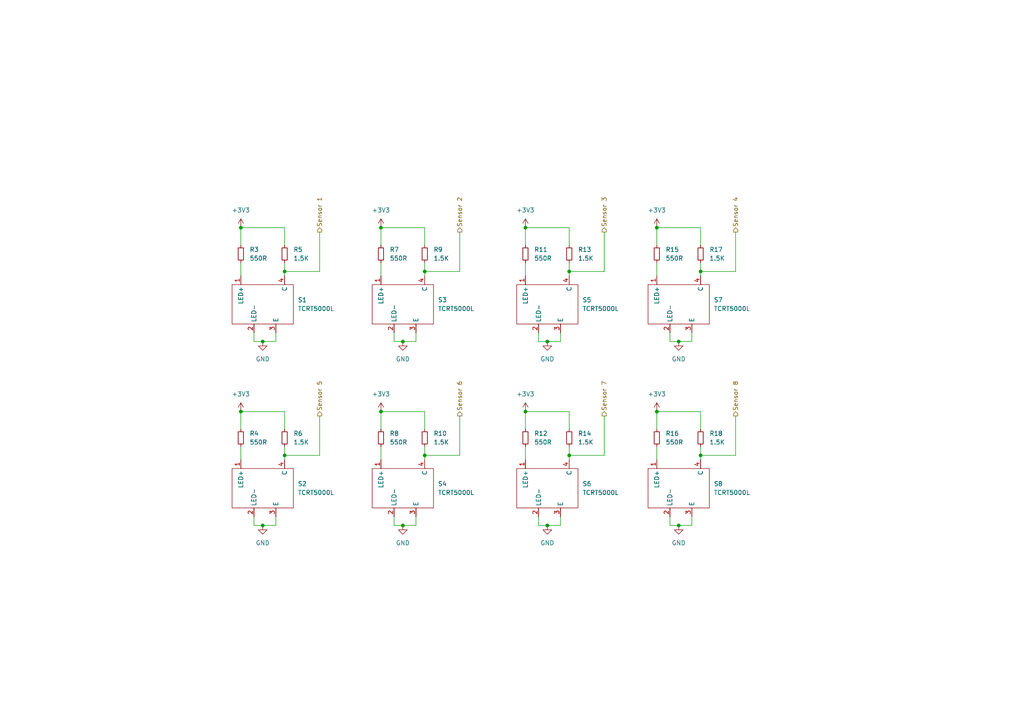
<source format=kicad_sch>
(kicad_sch (version 20211123) (generator eeschema)
  (paper "A4")
  (lib_symbols
    (symbol "Amoskeag-KiCAD-Lib:TCRT5000L"
      (property "Reference" "S" (at 0 2.54 0))
      (property "Value" "TCRT5000L" (at 0 0 0))
      (symbol "TCRT5000L_0_1"
        (rectangle (start -8.89 -7.62) (end 8.89 -19.05))
      )
      (symbol "TCRT5000L_1_1"
        (pin input line (at -6.35 -5.08 270) (length 2.54) (name "LED+") (number "1"))
        (pin power_in line (at -2.54 -21.59 90) (length 2.54) (name "LED-") (number "2"))
        (pin power_in line (at 3.81 -21.59 90) (length 2.54) (name "E") (number "3"))
        (pin power_in line (at 6.35 -5.08 270) (length 2.54) (name "C") (number "4"))
      )
    )
    (symbol "Device:R_Small" (pin_numbers hide) (pin_names (offset 0.254) hide)
      (property "Reference" "R" (at 0.762 0.508 0))
      (property "Value" "R_Small" (at 0.762 -1.016 0))
      (symbol "R_Small_0_1"
        (rectangle (start -0.762 1.778) (end 0.762 -1.778) (stroke (width 0.2032)))
      )
      (symbol "R_Small_1_1"
        (pin passive line (at 0 2.54 270) (length 0.762) (name "~") (number "1"))
        (pin passive line (at 0 -2.54 90) (length 0.762) (name "~") (number "2"))
      )
    )
    (symbol "power:+3V3" (power) (pin_names (offset 0))
      (property "Value" "+3V3" (at 0 3.556 0))
      (symbol "+3V3_0_1"
        (polyline (pts (xy -0.762 1.27) (xy 0 2.54)))
        (polyline (pts (xy 0 0) (xy 0 2.54)))
        (polyline (pts (xy 0 2.54) (xy 0.762 1.27)))
      )
      (symbol "+3V3_1_1"
        (pin power_in line (at 0 0 90) (length 0) hide (name "+3V3") (number "1"))
      )
    )
    (symbol "power:GND" (power) (pin_names (offset 0))
      (property "Value" "GND" (at 0 -3.81 0))
      (symbol "GND_0_1"
        (polyline (pts (xy 0 0) (xy 0 -1.27) (xy 1.27 -1.27) (xy 0 -2.54) (xy -1.27 -1.27) (xy 0 -1.27)))
      )
      (symbol "GND_1_1"
        (pin power_in line (at 0 0 270) (length 0) hide (name "GND") (number "1"))
      )
    )
  )
  (junction (at 69.85 119.38))
  (junction (at 152.4 119.38))
  (junction (at 196.85 99.06))
  (junction (at 158.75 99.06))
  (junction (at 190.5 119.38))
  (junction (at 82.55 78.74))
  (junction (at 165.1 132.08))
  (junction (at 76.2 152.4))
  (junction (at 196.85 152.4))
  (junction (at 110.49 66.04))
  (junction (at 123.19 132.08))
  (junction (at 110.49 119.38))
  (junction (at 165.1 78.74))
  (junction (at 203.2 132.08))
  (junction (at 116.84 152.4))
  (junction (at 190.5 66.04))
  (junction (at 152.4 66.04))
  (junction (at 76.2 99.06))
  (junction (at 82.55 132.08))
  (junction (at 203.2 78.74))
  (junction (at 69.85 66.04))
  (junction (at 158.75 152.4))
  (junction (at 123.19 78.74))
  (junction (at 116.84 99.06))
  (wire (pts (xy 190.5 66.04) (xy 190.5 71.12)))
  (wire (pts (xy 200.66 99.06) (xy 196.85 99.06)))
  (wire (pts (xy 175.26 120.65) (xy 175.26 132.08)))
  (wire (pts (xy 133.35 120.65) (xy 133.35 132.08)))
  (wire (pts (xy 92.71 132.08) (xy 82.55 132.08)))
  (wire (pts (xy 152.4 76.2) (xy 152.4 80.01)))
  (wire (pts (xy 203.2 66.04) (xy 190.5 66.04)))
  (wire (pts (xy 80.01 96.52) (xy 80.01 99.06)))
  (wire (pts (xy 165.1 132.08) (xy 165.1 133.35)))
  (wire (pts (xy 73.66 99.06) (xy 73.66 96.52)))
  (wire (pts (xy 110.49 119.38) (xy 110.49 124.46)))
  (wire (pts (xy 82.55 78.74) (xy 82.55 80.01)))
  (wire (pts (xy 165.1 124.46) (xy 165.1 119.38)))
  (wire (pts (xy 190.5 76.2) (xy 190.5 80.01)))
  (wire (pts (xy 114.3 99.06) (xy 114.3 96.52)))
  (wire (pts (xy 80.01 152.4) (xy 76.2 152.4)))
  (wire (pts (xy 133.35 78.74) (xy 123.19 78.74)))
  (wire (pts (xy 162.56 99.06) (xy 158.75 99.06)))
  (wire (pts (xy 120.65 96.52) (xy 120.65 99.06)))
  (wire (pts (xy 175.26 67.31) (xy 175.26 78.74)))
  (wire (pts (xy 203.2 78.74) (xy 203.2 80.01)))
  (wire (pts (xy 69.85 119.38) (xy 69.85 124.46)))
  (wire (pts (xy 194.31 99.06) (xy 194.31 96.52)))
  (wire (pts (xy 80.01 99.06) (xy 76.2 99.06)))
  (wire (pts (xy 69.85 129.54) (xy 69.85 133.35)))
  (wire (pts (xy 120.65 149.86) (xy 120.65 152.4)))
  (wire (pts (xy 203.2 124.46) (xy 203.2 119.38)))
  (wire (pts (xy 123.19 124.46) (xy 123.19 119.38)))
  (wire (pts (xy 69.85 76.2) (xy 69.85 80.01)))
  (wire (pts (xy 196.85 152.4) (xy 194.31 152.4)))
  (wire (pts (xy 82.55 76.2) (xy 82.55 78.74)))
  (wire (pts (xy 162.56 149.86) (xy 162.56 152.4)))
  (wire (pts (xy 213.36 67.31) (xy 213.36 78.74)))
  (wire (pts (xy 158.75 99.06) (xy 156.21 99.06)))
  (wire (pts (xy 110.49 129.54) (xy 110.49 133.35)))
  (wire (pts (xy 152.4 66.04) (xy 152.4 71.12)))
  (wire (pts (xy 152.4 129.54) (xy 152.4 133.35)))
  (wire (pts (xy 165.1 129.54) (xy 165.1 132.08)))
  (wire (pts (xy 158.75 152.4) (xy 156.21 152.4)))
  (wire (pts (xy 116.84 152.4) (xy 114.3 152.4)))
  (wire (pts (xy 76.2 99.06) (xy 73.66 99.06)))
  (wire (pts (xy 120.65 99.06) (xy 116.84 99.06)))
  (wire (pts (xy 123.19 76.2) (xy 123.19 78.74)))
  (wire (pts (xy 82.55 71.12) (xy 82.55 66.04)))
  (wire (pts (xy 123.19 129.54) (xy 123.19 132.08)))
  (wire (pts (xy 133.35 67.31) (xy 133.35 78.74)))
  (wire (pts (xy 203.2 76.2) (xy 203.2 78.74)))
  (wire (pts (xy 92.71 120.65) (xy 92.71 132.08)))
  (wire (pts (xy 82.55 132.08) (xy 82.55 133.35)))
  (wire (pts (xy 203.2 119.38) (xy 190.5 119.38)))
  (wire (pts (xy 165.1 71.12) (xy 165.1 66.04)))
  (wire (pts (xy 165.1 66.04) (xy 152.4 66.04)))
  (wire (pts (xy 73.66 152.4) (xy 73.66 149.86)))
  (wire (pts (xy 133.35 132.08) (xy 123.19 132.08)))
  (wire (pts (xy 123.19 71.12) (xy 123.19 66.04)))
  (wire (pts (xy 203.2 71.12) (xy 203.2 66.04)))
  (wire (pts (xy 203.2 129.54) (xy 203.2 132.08)))
  (wire (pts (xy 92.71 67.31) (xy 92.71 78.74)))
  (wire (pts (xy 190.5 119.38) (xy 190.5 124.46)))
  (wire (pts (xy 82.55 119.38) (xy 69.85 119.38)))
  (wire (pts (xy 165.1 76.2) (xy 165.1 78.74)))
  (wire (pts (xy 110.49 76.2) (xy 110.49 80.01)))
  (wire (pts (xy 156.21 99.06) (xy 156.21 96.52)))
  (wire (pts (xy 196.85 99.06) (xy 194.31 99.06)))
  (wire (pts (xy 194.31 152.4) (xy 194.31 149.86)))
  (wire (pts (xy 175.26 78.74) (xy 165.1 78.74)))
  (wire (pts (xy 200.66 96.52) (xy 200.66 99.06)))
  (wire (pts (xy 82.55 124.46) (xy 82.55 119.38)))
  (wire (pts (xy 82.55 66.04) (xy 69.85 66.04)))
  (wire (pts (xy 156.21 152.4) (xy 156.21 149.86)))
  (wire (pts (xy 76.2 152.4) (xy 73.66 152.4)))
  (wire (pts (xy 120.65 152.4) (xy 116.84 152.4)))
  (wire (pts (xy 69.85 66.04) (xy 69.85 71.12)))
  (wire (pts (xy 162.56 96.52) (xy 162.56 99.06)))
  (wire (pts (xy 213.36 132.08) (xy 203.2 132.08)))
  (wire (pts (xy 213.36 78.74) (xy 203.2 78.74)))
  (wire (pts (xy 165.1 78.74) (xy 165.1 80.01)))
  (wire (pts (xy 200.66 152.4) (xy 196.85 152.4)))
  (wire (pts (xy 200.66 149.86) (xy 200.66 152.4)))
  (wire (pts (xy 213.36 120.65) (xy 213.36 132.08)))
  (wire (pts (xy 92.71 78.74) (xy 82.55 78.74)))
  (wire (pts (xy 80.01 149.86) (xy 80.01 152.4)))
  (wire (pts (xy 110.49 66.04) (xy 110.49 71.12)))
  (wire (pts (xy 175.26 132.08) (xy 165.1 132.08)))
  (wire (pts (xy 116.84 99.06) (xy 114.3 99.06)))
  (wire (pts (xy 114.3 152.4) (xy 114.3 149.86)))
  (wire (pts (xy 123.19 119.38) (xy 110.49 119.38)))
  (wire (pts (xy 162.56 152.4) (xy 158.75 152.4)))
  (wire (pts (xy 82.55 129.54) (xy 82.55 132.08)))
  (wire (pts (xy 123.19 66.04) (xy 110.49 66.04)))
  (wire (pts (xy 190.5 129.54) (xy 190.5 133.35)))
  (wire (pts (xy 123.19 78.74) (xy 123.19 80.01)))
  (wire (pts (xy 123.19 132.08) (xy 123.19 133.35)))
  (wire (pts (xy 152.4 119.38) (xy 152.4 124.46)))
  (wire (pts (xy 165.1 119.38) (xy 152.4 119.38)))
  (wire (pts (xy 203.2 132.08) (xy 203.2 133.35)))
  (hierarchical_label "Sensor 2" (shape output) (at 133.35 67.31 90))
  (hierarchical_label "Sensor 6" (shape output) (at 133.35 120.65 90))
  (hierarchical_label "Sensor 5" (shape output) (at 92.71 120.65 90))
  (hierarchical_label "Sensor 4" (shape output) (at 213.36 67.31 90))
  (hierarchical_label "Sensor 7" (shape output) (at 175.26 120.65 90))
  (hierarchical_label "Sensor 1" (shape output) (at 92.71 67.31 90))
  (hierarchical_label "Sensor 8" (shape output) (at 213.36 120.65 90))
  (hierarchical_label "Sensor 3" (shape output) (at 175.26 67.31 90))
  (symbol (lib_id "Device:R_Small") (at 203.2 127 0) (unit 1)
    (property "Reference" "R18" (at 205.74 125.7299 0) (effects (justify left)))
    (property "Value" "1.5K" (at 205.74 128.2699 0) (effects (justify left)))
    (property "Footprint" "Resistor_SMD:R_0805_2012Metric" (effects hide))
  )
  (symbol (lib_id "power:+3V3") (at 190.5 119.38 0) (unit 1)
    (property "Reference" "#PWR042" (effects hide))
    (property "Value" "+3V3" (at 190.5 114.3 0))
  )
  (symbol (lib_id "power:+3V3") (at 152.4 119.38 0) (unit 1)
    (property "Reference" "#PWR038" (effects hide))
    (property "Value" "+3V3" (at 152.4 114.3 0))
  )
  (symbol (lib_id "Device:R_Small") (at 123.19 73.66 0) (unit 1)
    (property "Reference" "R9" (at 125.73 72.3899 0) (effects (justify left)))
    (property "Value" "1.5K" (at 125.73 74.9299 0) (effects (justify left)))
    (property "Footprint" "Resistor_SMD:R_0805_2012Metric" (effects hide))
  )
  (symbol (lib_id "Amoskeag-KiCAD-Lib:TCRT5000L") (at 196.85 74.93 0) (unit 1)
    (property "Reference" "S7" (at 207.01 86.9949 0) (effects (justify left)))
    (property "Value" "TCRT5000L" (at 207.01 89.5349 0) (effects (justify left)))
    (property "Footprint" "Amoskeag_KiCAD_Lib:TCRT5000L" (effects hide))
    (property "Datasheet" "https://www.vishay.com/docs/83760/tcrt5000.pdf" (effects hide))
  )
  (symbol (lib_id "Amoskeag-KiCAD-Lib:TCRT5000L") (at 116.84 128.27 0) (unit 1)
    (property "Reference" "S4" (at 127 140.3349 0) (effects (justify left)))
    (property "Value" "TCRT5000L" (at 127 142.8749 0) (effects (justify left)))
    (property "Footprint" "Amoskeag_KiCAD_Lib:TCRT5000L" (effects hide))
    (property "Datasheet" "https://www.vishay.com/docs/83760/tcrt5000.pdf" (effects hide))
  )
  (symbol (lib_id "Amoskeag-KiCAD-Lib:TCRT5000L") (at 116.84 74.93 0) (unit 1)
    (property "Reference" "S3" (at 127 86.9949 0) (effects (justify left)))
    (property "Value" "TCRT5000L" (at 127 89.5349 0) (effects (justify left)))
    (property "Footprint" "Amoskeag_KiCAD_Lib:TCRT5000L" (effects hide))
    (property "Datasheet" "https://www.vishay.com/docs/83760/tcrt5000.pdf" (effects hide))
  )
  (symbol (lib_id "Amoskeag-KiCAD-Lib:TCRT5000L") (at 158.75 128.27 0) (unit 1)
    (property "Reference" "S6" (at 168.91 140.3349 0) (effects (justify left)))
    (property "Value" "TCRT5000L" (at 168.91 142.8749 0) (effects (justify left)))
    (property "Footprint" "Amoskeag_KiCAD_Lib:TCRT5000L" (effects hide))
    (property "Datasheet" "https://www.vishay.com/docs/83760/tcrt5000.pdf" (effects hide))
  )
  (symbol (lib_id "Device:R_Small") (at 110.49 73.66 0) (unit 1)
    (property "Reference" "R7" (at 113.03 72.3899 0) (effects (justify left)))
    (property "Value" "550R" (at 113.03 74.9299 0) (effects (justify left)))
    (property "Footprint" "Resistor_SMD:R_0805_2012Metric" (effects hide))
  )
  (symbol (lib_id "Device:R_Small") (at 203.2 73.66 0) (unit 1)
    (property "Reference" "R17" (at 205.74 72.3899 0) (effects (justify left)))
    (property "Value" "1.5K" (at 205.74 74.9299 0) (effects (justify left)))
    (property "Footprint" "Resistor_SMD:R_0805_2012Metric" (effects hide))
  )
  (symbol (lib_id "power:+3V3") (at 110.49 119.38 0) (unit 1)
    (property "Reference" "#PWR034" (effects hide))
    (property "Value" "+3V3" (at 110.49 114.3 0))
  )
  (symbol (lib_id "Device:R_Small") (at 190.5 73.66 0) (unit 1)
    (property "Reference" "R15" (at 193.04 72.3899 0) (effects (justify left)))
    (property "Value" "550R" (at 193.04 74.9299 0) (effects (justify left)))
    (property "Footprint" "Resistor_SMD:R_0805_2012Metric" (effects hide))
  )
  (symbol (lib_id "Amoskeag-KiCAD-Lib:TCRT5000L") (at 76.2 74.93 0) (unit 1)
    (property "Reference" "S1" (at 86.36 86.9949 0) (effects (justify left)))
    (property "Value" "TCRT5000L" (at 86.36 89.5349 0) (effects (justify left)))
    (property "Footprint" "Amoskeag_KiCAD_Lib:TCRT5000L" (effects hide))
    (property "Datasheet" "https://www.vishay.com/docs/83760/tcrt5000.pdf" (effects hide))
  )
  (symbol (lib_id "power:+3V3") (at 69.85 119.38 0) (unit 1)
    (property "Reference" "#PWR030" (effects hide))
    (property "Value" "+3V3" (at 69.85 114.3 0))
  )
  (symbol (lib_id "power:GND") (at 196.85 152.4 0) (unit 1)
    (property "Reference" "#PWR044" (effects hide))
    (property "Value" "GND" (at 196.85 157.48 0))
  )
  (symbol (lib_id "power:+3V3") (at 69.85 66.04 0) (unit 1)
    (property "Reference" "#PWR029" (effects hide))
    (property "Value" "+3V3" (at 69.85 60.96 0))
  )
  (symbol (lib_id "power:GND") (at 158.75 152.4 0) (unit 1)
    (property "Reference" "#PWR040" (effects hide))
    (property "Value" "GND" (at 158.75 157.48 0))
  )
  (symbol (lib_id "Device:R_Small") (at 190.5 127 0) (unit 1)
    (property "Reference" "R16" (at 193.04 125.7299 0) (effects (justify left)))
    (property "Value" "550R" (at 193.04 128.2699 0) (effects (justify left)))
    (property "Footprint" "Resistor_SMD:R_0805_2012Metric" (effects hide))
  )
  (symbol (lib_id "power:GND") (at 158.75 99.06 0) (unit 1)
    (property "Reference" "#PWR039" (effects hide))
    (property "Value" "GND" (at 158.75 104.14 0))
  )
  (symbol (lib_id "power:GND") (at 116.84 99.06 0) (unit 1)
    (property "Reference" "#PWR035" (effects hide))
    (property "Value" "GND" (at 116.84 104.14 0))
  )
  (symbol (lib_id "power:GND") (at 116.84 152.4 0) (unit 1)
    (property "Reference" "#PWR036" (effects hide))
    (property "Value" "GND" (at 116.84 157.48 0))
  )
  (symbol (lib_id "power:GND") (at 76.2 152.4 0) (unit 1)
    (property "Reference" "#PWR032" (effects hide))
    (property "Value" "GND" (at 76.2 157.48 0))
  )
  (symbol (lib_id "Device:R_Small") (at 123.19 127 0) (unit 1)
    (property "Reference" "R10" (at 125.73 125.7299 0) (effects (justify left)))
    (property "Value" "1.5K" (at 125.73 128.2699 0) (effects (justify left)))
    (property "Footprint" "Resistor_SMD:R_0805_2012Metric" (effects hide))
  )
  (symbol (lib_id "power:GND") (at 196.85 99.06 0) (unit 1)
    (property "Reference" "#PWR043" (effects hide))
    (property "Value" "GND" (at 196.85 104.14 0))
  )
  (symbol (lib_id "Device:R_Small") (at 69.85 73.66 0) (unit 1)
    (property "Reference" "R3" (at 72.39 72.3899 0) (effects (justify left)))
    (property "Value" "550R" (at 72.39 74.9299 0) (effects (justify left)))
    (property "Footprint" "Resistor_SMD:R_0805_2012Metric" (effects hide))
  )
  (symbol (lib_id "Device:R_Small") (at 165.1 127 0) (unit 1)
    (property "Reference" "R14" (at 167.64 125.7299 0) (effects (justify left)))
    (property "Value" "1.5K" (at 167.64 128.2699 0) (effects (justify left)))
    (property "Footprint" "Resistor_SMD:R_0805_2012Metric" (effects hide))
  )
  (symbol (lib_id "Device:R_Small") (at 165.1 73.66 0) (unit 1)
    (property "Reference" "R13" (at 167.64 72.3899 0) (effects (justify left)))
    (property "Value" "1.5K" (at 167.64 74.9299 0) (effects (justify left)))
    (property "Footprint" "Resistor_SMD:R_0805_2012Metric" (effects hide))
  )
  (symbol (lib_id "power:+3V3") (at 110.49 66.04 0) (unit 1)
    (property "Reference" "#PWR033" (effects hide))
    (property "Value" "+3V3" (at 110.49 60.96 0))
  )
  (symbol (lib_id "Amoskeag-KiCAD-Lib:TCRT5000L") (at 196.85 128.27 0) (unit 1)
    (property "Reference" "S8" (at 207.01 140.3349 0) (effects (justify left)))
    (property "Value" "TCRT5000L" (at 207.01 142.8749 0) (effects (justify left)))
    (property "Footprint" "Amoskeag_KiCAD_Lib:TCRT5000L" (effects hide))
    (property "Datasheet" "https://www.vishay.com/docs/83760/tcrt5000.pdf" (effects hide))
  )
  (symbol (lib_id "power:+3V3") (at 190.5 66.04 0) (unit 1)
    (property "Reference" "#PWR041" (effects hide))
    (property "Value" "+3V3" (at 190.5 60.96 0))
  )
  (symbol (lib_id "Amoskeag-KiCAD-Lib:TCRT5000L") (at 158.75 74.93 0) (unit 1)
    (property "Reference" "S5" (at 168.91 86.9949 0) (effects (justify left)))
    (property "Value" "TCRT5000L" (at 168.91 89.5349 0) (effects (justify left)))
    (property "Footprint" "Amoskeag_KiCAD_Lib:TCRT5000L" (effects hide))
    (property "Datasheet" "https://www.vishay.com/docs/83760/tcrt5000.pdf" (effects hide))
  )
  (symbol (lib_id "Device:R_Small") (at 110.49 127 0) (unit 1)
    (property "Reference" "R8" (at 113.03 125.7299 0) (effects (justify left)))
    (property "Value" "550R" (at 113.03 128.2699 0) (effects (justify left)))
    (property "Footprint" "Resistor_SMD:R_0805_2012Metric" (effects hide))
  )
  (symbol (lib_id "Device:R_Small") (at 82.55 73.66 0) (unit 1)
    (property "Reference" "R5" (at 85.09 72.3899 0) (effects (justify left)))
    (property "Value" "1.5K" (at 85.09 74.9299 0) (effects (justify left)))
    (property "Footprint" "Resistor_SMD:R_0805_2012Metric" (effects hide))
  )
  (symbol (lib_id "Device:R_Small") (at 82.55 127 0) (unit 1)
    (property "Reference" "R6" (at 85.09 125.7299 0) (effects (justify left)))
    (property "Value" "1.5K" (at 85.09 128.2699 0) (effects (justify left)))
    (property "Footprint" "Resistor_SMD:R_0805_2012Metric" (effects hide))
  )
  (symbol (lib_id "Amoskeag-KiCAD-Lib:TCRT5000L") (at 76.2 128.27 0) (unit 1)
    (property "Reference" "S2" (at 86.36 140.3349 0) (effects (justify left)))
    (property "Value" "TCRT5000L" (at 86.36 142.8749 0) (effects (justify left)))
    (property "Footprint" "Amoskeag_KiCAD_Lib:TCRT5000L" (effects hide))
    (property "Datasheet" "https://www.vishay.com/docs/83760/tcrt5000.pdf" (effects hide))
  )
  (symbol (lib_id "power:+3V3") (at 152.4 66.04 0) (unit 1)
    (property "Reference" "#PWR037" (effects hide))
    (property "Value" "+3V3" (at 152.4 60.96 0))
  )
  (symbol (lib_id "Device:R_Small") (at 69.85 127 0) (unit 1)
    (property "Reference" "R4" (at 72.39 125.7299 0) (effects (justify left)))
    (property "Value" "550R" (at 72.39 128.2699 0) (effects (justify left)))
    (property "Footprint" "Resistor_SMD:R_0805_2012Metric" (effects hide))
  )
  (symbol (lib_id "Device:R_Small") (at 152.4 73.66 0) (unit 1)
    (property "Reference" "R11" (at 154.94 72.3899 0) (effects (justify left)))
    (property "Value" "550R" (at 154.94 74.9299 0) (effects (justify left)))
    (property "Footprint" "Resistor_SMD:R_0805_2012Metric" (effects hide))
  )
  (symbol (lib_id "Device:R_Small") (at 152.4 127 0) (unit 1)
    (property "Reference" "R12" (at 154.94 125.7299 0) (effects (justify left)))
    (property "Value" "550R" (at 154.94 128.2699 0) (effects (justify left)))
    (property "Footprint" "Resistor_SMD:R_0805_2012Metric" (effects hide))
  )
  (symbol (lib_id "power:GND") (at 76.2 99.06 0) (unit 1)
    (property "Reference" "#PWR031" (effects hide))
    (property "Value" "GND" (at 76.2 104.14 0))
  )
)
</source>
